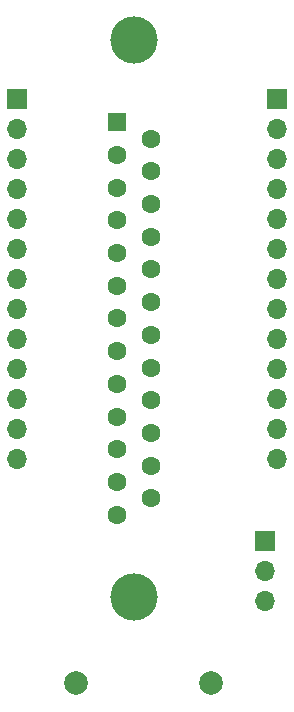
<source format=gbr>
%TF.GenerationSoftware,KiCad,Pcbnew,(5.1.8)-1*%
%TF.CreationDate,2023-02-27T06:27:53-05:00*%
%TF.ProjectId,nabu_export,6e616275-5f65-4787-906f-72742e6b6963,rev?*%
%TF.SameCoordinates,Original*%
%TF.FileFunction,Copper,L2,Bot*%
%TF.FilePolarity,Positive*%
%FSLAX46Y46*%
G04 Gerber Fmt 4.6, Leading zero omitted, Abs format (unit mm)*
G04 Created by KiCad (PCBNEW (5.1.8)-1) date 2023-02-27 06:27:53*
%MOMM*%
%LPD*%
G01*
G04 APERTURE LIST*
%TA.AperFunction,ComponentPad*%
%ADD10C,4.000000*%
%TD*%
%TA.AperFunction,ComponentPad*%
%ADD11C,1.600000*%
%TD*%
%TA.AperFunction,ComponentPad*%
%ADD12R,1.600000X1.600000*%
%TD*%
%TA.AperFunction,ComponentPad*%
%ADD13O,1.700000X1.700000*%
%TD*%
%TA.AperFunction,ComponentPad*%
%ADD14R,1.700000X1.700000*%
%TD*%
%TA.AperFunction,ComponentPad*%
%ADD15C,2.000000*%
%TD*%
G04 APERTURE END LIST*
D10*
%TO.P,JOUT1,0*%
%TO.N,Net-(JOUT1-Pad0)*%
X122920000Y-50570000D03*
X122920000Y-97670000D03*
D11*
%TO.P,JOUT1,25*%
%TO.N,GROUND_1*%
X124340000Y-89355000D03*
%TO.P,JOUT1,24*%
%TO.N,+5V_1*%
X124340000Y-86585000D03*
%TO.P,JOUT1,23*%
%TO.N,DATA_7*%
X124340000Y-83815000D03*
%TO.P,JOUT1,22*%
%TO.N,DATA_6*%
X124340000Y-81045000D03*
%TO.P,JOUT1,21*%
%TO.N,DATA_5*%
X124340000Y-78275000D03*
%TO.P,JOUT1,20*%
%TO.N,DATA_4*%
X124340000Y-75505000D03*
%TO.P,JOUT1,19*%
%TO.N,DATA_3*%
X124340000Y-72735000D03*
%TO.P,JOUT1,18*%
%TO.N,DATA_2*%
X124340000Y-69965000D03*
%TO.P,JOUT1,17*%
%TO.N,DATA_1*%
X124340000Y-67195000D03*
%TO.P,JOUT1,16*%
%TO.N,DATA_0*%
X124340000Y-64425000D03*
%TO.P,JOUT1,15*%
%TO.N,RESET*%
X124340000Y-61655000D03*
%TO.P,JOUT1,14*%
%TO.N,WAIT_REQUEST*%
X124340000Y-58885000D03*
%TO.P,JOUT1,13*%
%TO.N,IO_REQUEST*%
X121500000Y-90740000D03*
%TO.P,JOUT1,12*%
%TO.N,READ*%
X121500000Y-87970000D03*
%TO.P,JOUT1,11*%
%TO.N,WRITE*%
X121500000Y-85200000D03*
%TO.P,JOUT1,10*%
%TO.N,1.79MhzClock*%
X121500000Y-82430000D03*
%TO.P,JOUT1,9*%
%TO.N,ADDRESS_3*%
X121500000Y-79660000D03*
%TO.P,JOUT1,8*%
%TO.N,ADDRESS_2*%
X121500000Y-76890000D03*
%TO.P,JOUT1,7*%
%TO.N,ADDRESS_1*%
X121500000Y-74120000D03*
%TO.P,JOUT1,6*%
%TO.N,ADDRESS_0*%
X121500000Y-71350000D03*
%TO.P,JOUT1,5*%
%TO.N,CARD_SELECT*%
X121500000Y-68580000D03*
%TO.P,JOUT1,4*%
%TO.N,AUDIO*%
X121500000Y-65810000D03*
%TO.P,JOUT1,3*%
%TO.N,3.58MhzClock*%
X121500000Y-63040000D03*
%TO.P,JOUT1,2*%
%TO.N,INTERRUPT_ACKNOWLEDGE*%
X121500000Y-60270000D03*
D12*
%TO.P,JOUT1,1*%
%TO.N,INTERRUPT_REQUEST*%
X121500000Y-57500000D03*
%TD*%
D13*
%TO.P,JOP2,13*%
%TO.N,GROUND_1*%
X135000000Y-85980000D03*
%TO.P,JOP2,12*%
%TO.N,+5V_2_UNCONNECTED*%
X135000000Y-83440000D03*
%TO.P,JOP2,11*%
%TO.N,Net-(JFUSE1-Pad2)*%
X135000000Y-80900000D03*
%TO.P,JOP2,10*%
%TO.N,DATA_7*%
X135000000Y-78360000D03*
%TO.P,JOP2,9*%
%TO.N,DATA_6*%
X135000000Y-75820000D03*
%TO.P,JOP2,8*%
%TO.N,DATA_5*%
X135000000Y-73280000D03*
%TO.P,JOP2,7*%
%TO.N,DATA_4*%
X135000000Y-70740000D03*
%TO.P,JOP2,6*%
%TO.N,DATA_3*%
X135000000Y-68200000D03*
%TO.P,JOP2,5*%
%TO.N,DATA_2*%
X135000000Y-65660000D03*
%TO.P,JOP2,4*%
%TO.N,DATA_1*%
X135000000Y-63120000D03*
%TO.P,JOP2,3*%
%TO.N,DATA_0*%
X135000000Y-60580000D03*
%TO.P,JOP2,2*%
%TO.N,RESET*%
X135000000Y-58040000D03*
D14*
%TO.P,JOP2,1*%
%TO.N,WAIT_REQUEST*%
X135000000Y-55500000D03*
%TD*%
D13*
%TO.P,JOP1,13*%
%TO.N,IO_REQUEST*%
X113000000Y-85980000D03*
%TO.P,JOP1,12*%
%TO.N,READ*%
X113000000Y-83440000D03*
%TO.P,JOP1,11*%
%TO.N,WRITE*%
X113000000Y-80900000D03*
%TO.P,JOP1,10*%
%TO.N,1.79MhzClock*%
X113000000Y-78360000D03*
%TO.P,JOP1,9*%
%TO.N,ADDRESS_3*%
X113000000Y-75820000D03*
%TO.P,JOP1,8*%
%TO.N,ADDRESS_2*%
X113000000Y-73280000D03*
%TO.P,JOP1,7*%
%TO.N,ADDRESS_1*%
X113000000Y-70740000D03*
%TO.P,JOP1,6*%
%TO.N,ADDRESS_0*%
X113000000Y-68200000D03*
%TO.P,JOP1,5*%
%TO.N,CARD_SELECT*%
X113000000Y-65660000D03*
%TO.P,JOP1,4*%
%TO.N,AUDIO*%
X113000000Y-63120000D03*
%TO.P,JOP1,3*%
%TO.N,3.58MhzClock*%
X113000000Y-60580000D03*
%TO.P,JOP1,2*%
%TO.N,INTERRUPT_ACKNOWLEDGE*%
X113000000Y-58040000D03*
D14*
%TO.P,JOP1,1*%
%TO.N,INTERRUPT_REQUEST*%
X113000000Y-55500000D03*
%TD*%
D13*
%TO.P,JFUSE1,3*%
%TO.N,Net-(F5VF1-Pad2)*%
X134000000Y-98080000D03*
%TO.P,JFUSE1,2*%
%TO.N,Net-(JFUSE1-Pad2)*%
X134000000Y-95540000D03*
D14*
%TO.P,JFUSE1,1*%
%TO.N,+5V_1*%
X134000000Y-93000000D03*
%TD*%
D15*
%TO.P,F5VF1,2*%
%TO.N,Net-(F5VF1-Pad2)*%
X129400000Y-105000000D03*
%TO.P,F5VF1,1*%
%TO.N,+5V_1*%
X118000000Y-105000000D03*
%TD*%
M02*

</source>
